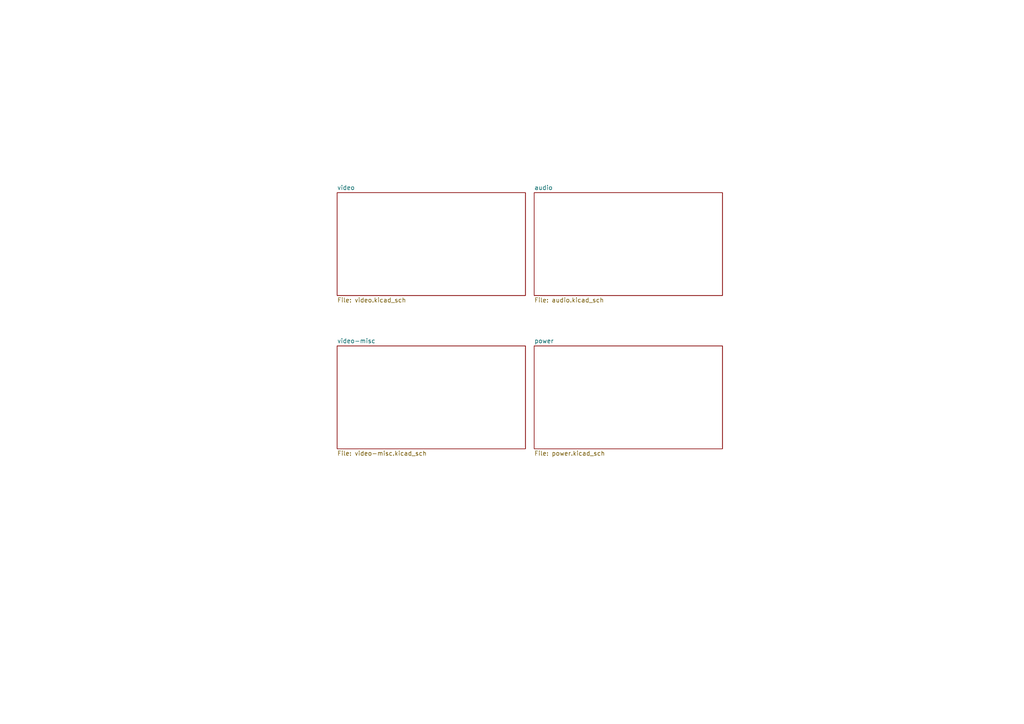
<source format=kicad_sch>
(kicad_sch
	(version 20231120)
	(generator "eeschema")
	(generator_version "8.0")
	(uuid "487245ca-0c1f-4f9d-bc99-20c8f558090f")
	(paper "A4")
	(title_block
		(title "${TITLE}")
		(date "${DATE}")
		(rev "${VERSION}")
		(company "${COPYRIGHT}")
		(comment 1 "${LICENSE}")
	)
	(lib_symbols)
	(sheet
		(at 154.94 55.88)
		(size 54.61 29.845)
		(fields_autoplaced yes)
		(stroke
			(width 0.1524)
			(type solid)
		)
		(fill
			(color 0 0 0 0.0000)
		)
		(uuid "80e17ed4-cb43-4c12-a09c-75e0f0ffaba0")
		(property "Sheetname" "audio"
			(at 154.94 55.1684 0)
			(effects
				(font
					(size 1.27 1.27)
				)
				(justify left bottom)
			)
		)
		(property "Sheetfile" "audio.kicad_sch"
			(at 154.94 86.3096 0)
			(effects
				(font
					(size 1.27 1.27)
				)
				(justify left top)
			)
		)
		(instances
			(project "dacattac-alpha"
				(path "/487245ca-0c1f-4f9d-bc99-20c8f558090f"
					(page "3")
				)
			)
		)
	)
	(sheet
		(at 97.79 55.88)
		(size 54.61 29.845)
		(fields_autoplaced yes)
		(stroke
			(width 0.1524)
			(type solid)
		)
		(fill
			(color 0 0 0 0.0000)
		)
		(uuid "b4bbface-dd1a-4873-ab51-f35caad404be")
		(property "Sheetname" "video"
			(at 97.79 55.1684 0)
			(effects
				(font
					(size 1.27 1.27)
				)
				(justify left bottom)
			)
		)
		(property "Sheetfile" "video.kicad_sch"
			(at 97.79 86.3096 0)
			(effects
				(font
					(size 1.27 1.27)
				)
				(justify left top)
			)
		)
		(instances
			(project "dacattac-alpha"
				(path "/487245ca-0c1f-4f9d-bc99-20c8f558090f"
					(page "1")
				)
			)
		)
	)
	(sheet
		(at 154.94 100.33)
		(size 54.61 29.845)
		(fields_autoplaced yes)
		(stroke
			(width 0.1524)
			(type solid)
		)
		(fill
			(color 0 0 0 0.0000)
		)
		(uuid "b8114b5f-896b-4ea4-b003-c1721b486c01")
		(property "Sheetname" "power"
			(at 154.94 99.6184 0)
			(effects
				(font
					(size 1.27 1.27)
				)
				(justify left bottom)
			)
		)
		(property "Sheetfile" "power.kicad_sch"
			(at 154.94 130.7596 0)
			(effects
				(font
					(size 1.27 1.27)
				)
				(justify left top)
			)
		)
		(instances
			(project "dacattac-alpha"
				(path "/487245ca-0c1f-4f9d-bc99-20c8f558090f"
					(page "4")
				)
			)
		)
	)
	(sheet
		(at 97.79 100.33)
		(size 54.61 29.845)
		(fields_autoplaced yes)
		(stroke
			(width 0.1524)
			(type solid)
		)
		(fill
			(color 0 0 0 0.0000)
		)
		(uuid "e1e307fe-d49b-45b6-b177-774a7a482979")
		(property "Sheetname" "video-misc"
			(at 97.79 99.6184 0)
			(effects
				(font
					(size 1.27 1.27)
				)
				(justify left bottom)
			)
		)
		(property "Sheetfile" "video-misc.kicad_sch"
			(at 97.79 130.7596 0)
			(effects
				(font
					(size 1.27 1.27)
				)
				(justify left top)
			)
		)
		(instances
			(project "dacattac-alpha"
				(path "/487245ca-0c1f-4f9d-bc99-20c8f558090f"
					(page "2")
				)
			)
		)
	)
	(sheet_instances
		(path "/"
			(page "5")
		)
	)
)

</source>
